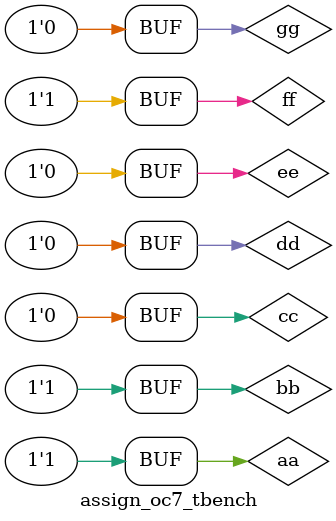
<source format=v>
`timescale 1ns/1ns
module assign_oc7_tbench();
	reg aa, bb, cc, dd, ee, ff, gg;
	wire ww2, ww1, ww0, ww22, ww11, ww00;
	oc_7 oc(aa, bb, cc, dd, ee, ff, gg, ww2, ww1, ww0);
	oc_7_assign oc_assign(aa, bb, cc, dd, ee, ff, gg, ww22, ww11, ww00);
	initial begin
		aa = 0; bb = 0; cc = 0; dd = 0; ee = 0; ff = 0; gg = 0;
		#100 aa = 1;
		#100 bb =  1;
		#100 ee =  1;
		#100 gg =  1;
		#100 ee =  0;
		#100 ff =  1;
		#100 gg =  0;
	end
endmodule

</source>
